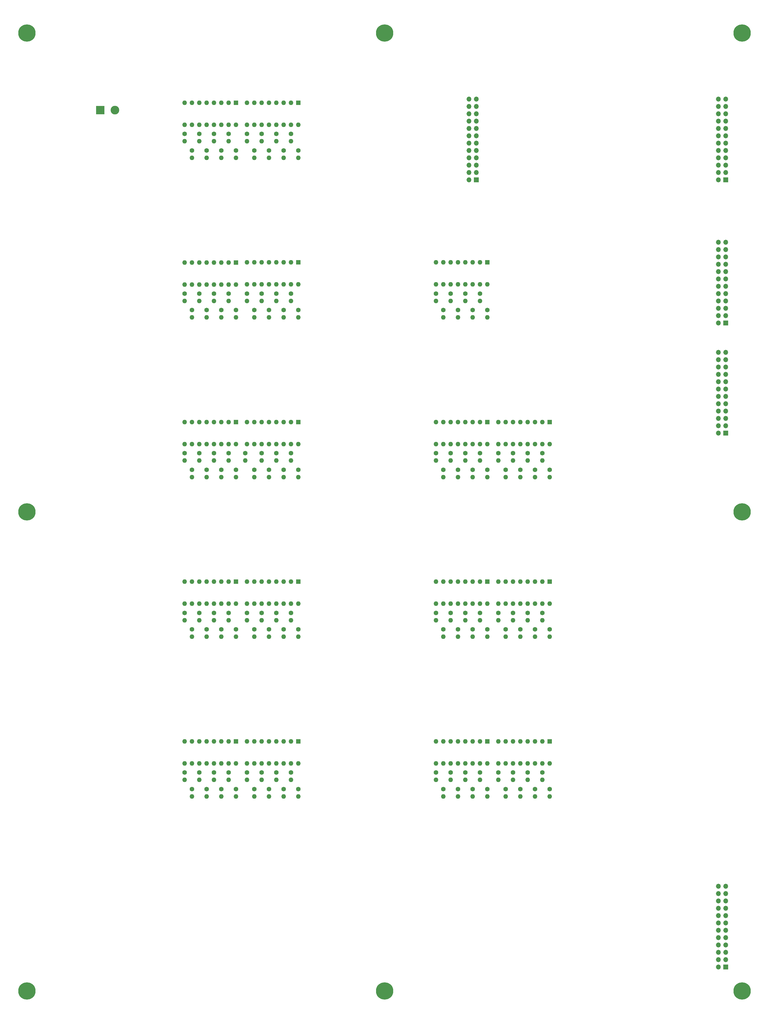
<source format=gbr>
%TF.GenerationSoftware,KiCad,Pcbnew,6.0.7-f9a2dced07~116~ubuntu20.04.1*%
%TF.CreationDate,2022-09-16T12:59:34+02:00*%
%TF.ProjectId,px16_regfile,70783136-5f72-4656-9766-696c652e6b69,2*%
%TF.SameCoordinates,Original*%
%TF.FileFunction,Soldermask,Bot*%
%TF.FilePolarity,Negative*%
%FSLAX46Y46*%
G04 Gerber Fmt 4.6, Leading zero omitted, Abs format (unit mm)*
G04 Created by KiCad (PCBNEW 6.0.7-f9a2dced07~116~ubuntu20.04.1) date 2022-09-16 12:59:34*
%MOMM*%
%LPD*%
G01*
G04 APERTURE LIST*
%ADD10R,1.600000X1.600000*%
%ADD11O,1.600000X1.600000*%
%ADD12C,1.600000*%
%ADD13C,6.000000*%
%ADD14R,1.700000X1.700000*%
%ADD15O,1.700000X1.700000*%
%ADD16R,3.000000X3.000000*%
%ADD17C,3.000000*%
G04 APERTURE END LIST*
D10*
%TO.C,D9*%
X128270000Y-274955000D03*
D11*
X125730000Y-274955000D03*
X123190000Y-274955000D03*
X120650000Y-274955000D03*
X118110000Y-274955000D03*
X115570000Y-274955000D03*
X113030000Y-274955000D03*
X110490000Y-274955000D03*
X110490000Y-282575000D03*
X113030000Y-282575000D03*
X115570000Y-282575000D03*
X118110000Y-282575000D03*
X120650000Y-282575000D03*
X123190000Y-282575000D03*
X125730000Y-282575000D03*
X128270000Y-282575000D03*
%TD*%
D12*
%TO.C,R19*%
X115570000Y-120015000D03*
D11*
X115570000Y-122555000D03*
%TD*%
D12*
%TO.C,R38*%
X123190000Y-180975000D03*
D11*
X123190000Y-183515000D03*
%TD*%
D12*
%TO.C,R75*%
X93980000Y-285750000D03*
D11*
X93980000Y-288290000D03*
%TD*%
D12*
%TO.C,R33*%
X109855000Y-175260000D03*
D11*
X109855000Y-177800000D03*
%TD*%
D12*
%TO.C,R17*%
X110490000Y-120015000D03*
D11*
X110490000Y-122555000D03*
%TD*%
D12*
%TO.C,R90*%
X178435000Y-180975000D03*
D11*
X178435000Y-183515000D03*
%TD*%
D12*
%TO.C,R97*%
X175895000Y-120015000D03*
D11*
X175895000Y-122555000D03*
%TD*%
D12*
%TO.C,R82*%
X200025000Y-180975000D03*
D11*
X200025000Y-183515000D03*
%TD*%
D12*
%TO.C,R11*%
X93980000Y-64770000D03*
D11*
X93980000Y-67310000D03*
%TD*%
D12*
%TO.C,R94*%
X188595000Y-180975000D03*
D11*
X188595000Y-183515000D03*
%TD*%
D12*
%TO.C,R135*%
X193675000Y-291465000D03*
D11*
X193675000Y-294005000D03*
%TD*%
D12*
%TO.C,R109*%
X210185000Y-236220000D03*
D11*
X210185000Y-238760000D03*
%TD*%
D12*
%TO.C,R113*%
X178435000Y-236220000D03*
D11*
X178435000Y-238760000D03*
%TD*%
D12*
%TO.C,R21*%
X120650000Y-120015000D03*
D11*
X120650000Y-122555000D03*
%TD*%
D12*
%TO.C,R84*%
X205105000Y-180975000D03*
D11*
X205105000Y-183515000D03*
%TD*%
D12*
%TO.C,R48*%
X106680000Y-180975000D03*
D11*
X106680000Y-183515000D03*
%TD*%
D12*
%TO.C,R62*%
X101600000Y-236220000D03*
D11*
X101600000Y-238760000D03*
%TD*%
D12*
%TO.C,R24*%
X128270000Y-125730000D03*
D11*
X128270000Y-128270000D03*
%TD*%
D12*
%TO.C,R103*%
X191135000Y-120015000D03*
D11*
X191135000Y-122555000D03*
%TD*%
D12*
%TO.C,R69*%
X120650000Y-285750000D03*
D11*
X120650000Y-288290000D03*
%TD*%
D12*
%TO.C,R2*%
X113030000Y-70485000D03*
D11*
X113030000Y-73025000D03*
%TD*%
D10*
%TO.C,D6*%
X106680000Y-164465000D03*
D11*
X104140000Y-164465000D03*
X101600000Y-164465000D03*
X99060000Y-164465000D03*
X96520000Y-164465000D03*
X93980000Y-164465000D03*
X91440000Y-164465000D03*
X88900000Y-164465000D03*
X88900000Y-172085000D03*
X91440000Y-172085000D03*
X93980000Y-172085000D03*
X96520000Y-172085000D03*
X99060000Y-172085000D03*
X101600000Y-172085000D03*
X104140000Y-172085000D03*
X106680000Y-172085000D03*
%TD*%
D12*
%TO.C,R36*%
X118110000Y-180975000D03*
D11*
X118110000Y-183515000D03*
%TD*%
D12*
%TO.C,R120*%
X197485000Y-285750000D03*
D11*
X197485000Y-288290000D03*
%TD*%
D12*
%TO.C,R15*%
X104140000Y-64770000D03*
D11*
X104140000Y-67310000D03*
%TD*%
D12*
%TO.C,R44*%
X96520000Y-180975000D03*
D11*
X96520000Y-183515000D03*
%TD*%
D12*
%TO.C,R116*%
X186055000Y-230505000D03*
D11*
X186055000Y-233045000D03*
%TD*%
D10*
%TO.C,D5*%
X128270000Y-164465000D03*
D11*
X125730000Y-164465000D03*
X123190000Y-164465000D03*
X120650000Y-164465000D03*
X118110000Y-164465000D03*
X115570000Y-164465000D03*
X113030000Y-164465000D03*
X110490000Y-164465000D03*
X110490000Y-172085000D03*
X113030000Y-172085000D03*
X115570000Y-172085000D03*
X118110000Y-172085000D03*
X120650000Y-172085000D03*
X123190000Y-172085000D03*
X125730000Y-172085000D03*
X128270000Y-172085000D03*
%TD*%
D12*
%TO.C,R9*%
X88900000Y-64770000D03*
D11*
X88900000Y-67310000D03*
%TD*%
D12*
%TO.C,R42*%
X91440000Y-180975000D03*
D11*
X91440000Y-183515000D03*
%TD*%
D12*
%TO.C,R118*%
X191135000Y-230505000D03*
D11*
X191135000Y-233045000D03*
%TD*%
D12*
%TO.C,R91*%
X180975000Y-175260000D03*
D11*
X180975000Y-177800000D03*
%TD*%
D12*
%TO.C,R8*%
X128270000Y-70485000D03*
D11*
X128270000Y-73025000D03*
%TD*%
D12*
%TO.C,R108*%
X207645000Y-230505000D03*
D11*
X207645000Y-233045000D03*
%TD*%
D12*
%TO.C,R117*%
X188595000Y-236220000D03*
D11*
X188595000Y-238760000D03*
%TD*%
D12*
%TO.C,R61*%
X99060000Y-230505000D03*
D11*
X99060000Y-233045000D03*
%TD*%
D13*
%TO.C,H3*%
X281940000Y-29845000D03*
%TD*%
D12*
%TO.C,R52*%
X118110000Y-236220000D03*
D11*
X118110000Y-238760000D03*
%TD*%
D12*
%TO.C,R49*%
X110490000Y-230505000D03*
D11*
X110490000Y-233045000D03*
%TD*%
D12*
%TO.C,R128*%
X175895000Y-285750000D03*
D11*
X175895000Y-288290000D03*
%TD*%
D12*
%TO.C,R16*%
X106680000Y-70485000D03*
D11*
X106680000Y-73025000D03*
%TD*%
D12*
%TO.C,R58*%
X91440000Y-236220000D03*
D11*
X91440000Y-238760000D03*
%TD*%
D12*
%TO.C,R80*%
X106680000Y-291465000D03*
D11*
X106680000Y-294005000D03*
%TD*%
D12*
%TO.C,R1*%
X110490000Y-64770000D03*
D11*
X110490000Y-67310000D03*
%TD*%
D12*
%TO.C,R28*%
X96520000Y-125730000D03*
D11*
X96520000Y-128270000D03*
%TD*%
D10*
%TO.C,D13*%
X215265000Y-219710000D03*
D11*
X212725000Y-219710000D03*
X210185000Y-219710000D03*
X207645000Y-219710000D03*
X205105000Y-219710000D03*
X202565000Y-219710000D03*
X200025000Y-219710000D03*
X197485000Y-219710000D03*
X197485000Y-227330000D03*
X200025000Y-227330000D03*
X202565000Y-227330000D03*
X205105000Y-227330000D03*
X207645000Y-227330000D03*
X210185000Y-227330000D03*
X212725000Y-227330000D03*
X215265000Y-227330000D03*
%TD*%
D10*
%TO.C,D11*%
X215265000Y-164465000D03*
D11*
X212725000Y-164465000D03*
X210185000Y-164465000D03*
X207645000Y-164465000D03*
X205105000Y-164465000D03*
X202565000Y-164465000D03*
X200025000Y-164465000D03*
X197485000Y-164465000D03*
X197485000Y-172085000D03*
X200025000Y-172085000D03*
X202565000Y-172085000D03*
X205105000Y-172085000D03*
X207645000Y-172085000D03*
X210185000Y-172085000D03*
X212725000Y-172085000D03*
X215265000Y-172085000D03*
%TD*%
D12*
%TO.C,R106*%
X202565000Y-230505000D03*
D11*
X202565000Y-233045000D03*
%TD*%
D12*
%TO.C,R29*%
X99060000Y-120015000D03*
D11*
X99060000Y-122555000D03*
%TD*%
D12*
%TO.C,R130*%
X180975000Y-285750000D03*
D11*
X180975000Y-288290000D03*
%TD*%
D12*
%TO.C,R121*%
X200025000Y-291465000D03*
D11*
X200025000Y-294005000D03*
%TD*%
D12*
%TO.C,R71*%
X125730000Y-285750000D03*
D11*
X125730000Y-288290000D03*
%TD*%
D12*
%TO.C,R134*%
X191135000Y-285750000D03*
D11*
X191135000Y-288290000D03*
%TD*%
D12*
%TO.C,R25*%
X88900000Y-120015000D03*
D11*
X88900000Y-122555000D03*
%TD*%
D13*
%TO.C,H2*%
X158115000Y-29845000D03*
%TD*%
D12*
%TO.C,R22*%
X123190000Y-125730000D03*
D11*
X123190000Y-128270000D03*
%TD*%
D12*
%TO.C,R89*%
X175895000Y-175260000D03*
D11*
X175895000Y-177800000D03*
%TD*%
D12*
%TO.C,R59*%
X93980000Y-230505000D03*
D11*
X93980000Y-233045000D03*
%TD*%
D13*
%TO.C,H1*%
X34290000Y-29845000D03*
%TD*%
D12*
%TO.C,R101*%
X186055000Y-120015000D03*
D11*
X186055000Y-122555000D03*
%TD*%
D12*
%TO.C,R72*%
X128270000Y-291465000D03*
D11*
X128270000Y-294005000D03*
%TD*%
D10*
%TO.C,D3*%
X128270000Y-109220000D03*
D11*
X125730000Y-109220000D03*
X123190000Y-109220000D03*
X120650000Y-109220000D03*
X118110000Y-109220000D03*
X115570000Y-109220000D03*
X113030000Y-109220000D03*
X110490000Y-109220000D03*
X110490000Y-116840000D03*
X113030000Y-116840000D03*
X115570000Y-116840000D03*
X118110000Y-116840000D03*
X120650000Y-116840000D03*
X123190000Y-116840000D03*
X125730000Y-116840000D03*
X128270000Y-116840000D03*
%TD*%
D12*
%TO.C,R57*%
X88900000Y-230505000D03*
D11*
X88900000Y-233045000D03*
%TD*%
D12*
%TO.C,R88*%
X215265000Y-180975000D03*
D11*
X215265000Y-183515000D03*
%TD*%
D12*
%TO.C,R6*%
X123190000Y-70485000D03*
D11*
X123190000Y-73025000D03*
%TD*%
D12*
%TO.C,R114*%
X180975000Y-230505000D03*
D11*
X180975000Y-233045000D03*
%TD*%
D10*
%TO.C,D2*%
X106680000Y-53975000D03*
D11*
X104140000Y-53975000D03*
X101600000Y-53975000D03*
X99060000Y-53975000D03*
X96520000Y-53975000D03*
X93980000Y-53975000D03*
X91440000Y-53975000D03*
X88900000Y-53975000D03*
X88900000Y-61595000D03*
X91440000Y-61595000D03*
X93980000Y-61595000D03*
X96520000Y-61595000D03*
X99060000Y-61595000D03*
X101600000Y-61595000D03*
X104140000Y-61595000D03*
X106680000Y-61595000D03*
%TD*%
D14*
%TO.C,J6*%
X276225000Y-168275000D03*
D15*
X273685000Y-168275000D03*
X276225000Y-165735000D03*
X273685000Y-165735000D03*
X276225000Y-163195000D03*
X273685000Y-163195000D03*
X276225000Y-160655000D03*
X273685000Y-160655000D03*
X276225000Y-158115000D03*
X273685000Y-158115000D03*
X276225000Y-155575000D03*
X273685000Y-155575000D03*
X276225000Y-153035000D03*
X273685000Y-153035000D03*
X276225000Y-150495000D03*
X273685000Y-150495000D03*
X276225000Y-147955000D03*
X273685000Y-147955000D03*
X276225000Y-145415000D03*
X273685000Y-145415000D03*
X276225000Y-142875000D03*
X273685000Y-142875000D03*
X276225000Y-140335000D03*
X273685000Y-140335000D03*
%TD*%
D12*
%TO.C,R105*%
X200025000Y-236220000D03*
D11*
X200025000Y-238760000D03*
%TD*%
D13*
%TO.C,H8*%
X34290000Y-195580000D03*
%TD*%
D12*
%TO.C,R78*%
X101600000Y-291465000D03*
D11*
X101600000Y-294005000D03*
%TD*%
D12*
%TO.C,R3*%
X115570000Y-64770000D03*
D11*
X115570000Y-67310000D03*
%TD*%
D13*
%TO.C,H6*%
X158115000Y-361315000D03*
%TD*%
D12*
%TO.C,R87*%
X212725000Y-175260000D03*
D11*
X212725000Y-177800000D03*
%TD*%
D14*
%TO.C,J2*%
X276225000Y-80645000D03*
D15*
X273685000Y-80645000D03*
X276225000Y-78105000D03*
X273685000Y-78105000D03*
X276225000Y-75565000D03*
X273685000Y-75565000D03*
X276225000Y-73025000D03*
X273685000Y-73025000D03*
X276225000Y-70485000D03*
X273685000Y-70485000D03*
X276225000Y-67945000D03*
X273685000Y-67945000D03*
X276225000Y-65405000D03*
X273685000Y-65405000D03*
X276225000Y-62865000D03*
X273685000Y-62865000D03*
X276225000Y-60325000D03*
X273685000Y-60325000D03*
X276225000Y-57785000D03*
X273685000Y-57785000D03*
X276225000Y-55245000D03*
X273685000Y-55245000D03*
X276225000Y-52705000D03*
X273685000Y-52705000D03*
%TD*%
D12*
%TO.C,R37*%
X120650000Y-175260000D03*
D11*
X120650000Y-177800000D03*
%TD*%
D12*
%TO.C,R18*%
X113030000Y-125730000D03*
D11*
X113030000Y-128270000D03*
%TD*%
D12*
%TO.C,R124*%
X207645000Y-285750000D03*
D11*
X207645000Y-288290000D03*
%TD*%
D12*
%TO.C,R32*%
X106680000Y-125730000D03*
D11*
X106680000Y-128270000D03*
%TD*%
D12*
%TO.C,R40*%
X128270000Y-180975000D03*
D11*
X128270000Y-183515000D03*
%TD*%
D12*
%TO.C,R55*%
X125730000Y-230505000D03*
D11*
X125730000Y-233045000D03*
%TD*%
D12*
%TO.C,R73*%
X88900000Y-285750000D03*
D11*
X88900000Y-288290000D03*
%TD*%
D12*
%TO.C,R70*%
X123190000Y-291465000D03*
D11*
X123190000Y-294005000D03*
%TD*%
D12*
%TO.C,R81*%
X197485000Y-175260000D03*
D11*
X197485000Y-177800000D03*
%TD*%
D10*
%TO.C,D12*%
X193675000Y-164465000D03*
D11*
X191135000Y-164465000D03*
X188595000Y-164465000D03*
X186055000Y-164465000D03*
X183515000Y-164465000D03*
X180975000Y-164465000D03*
X178435000Y-164465000D03*
X175895000Y-164465000D03*
X175895000Y-172085000D03*
X178435000Y-172085000D03*
X180975000Y-172085000D03*
X183515000Y-172085000D03*
X186055000Y-172085000D03*
X188595000Y-172085000D03*
X191135000Y-172085000D03*
X193675000Y-172085000D03*
%TD*%
D12*
%TO.C,R127*%
X215265000Y-291465000D03*
D11*
X215265000Y-294005000D03*
%TD*%
D12*
%TO.C,R107*%
X205105000Y-236220000D03*
D11*
X205105000Y-238760000D03*
%TD*%
D12*
%TO.C,R60*%
X96520000Y-236220000D03*
D11*
X96520000Y-238760000D03*
%TD*%
D12*
%TO.C,R115*%
X183515000Y-236220000D03*
D11*
X183515000Y-238760000D03*
%TD*%
D12*
%TO.C,R7*%
X125730000Y-64770000D03*
D11*
X125730000Y-67310000D03*
%TD*%
D14*
%TO.C,J3*%
X189865000Y-80645000D03*
D15*
X187325000Y-80645000D03*
X189865000Y-78105000D03*
X187325000Y-78105000D03*
X189865000Y-75565000D03*
X187325000Y-75565000D03*
X189865000Y-73025000D03*
X187325000Y-73025000D03*
X189865000Y-70485000D03*
X187325000Y-70485000D03*
X189865000Y-67945000D03*
X187325000Y-67945000D03*
X189865000Y-65405000D03*
X187325000Y-65405000D03*
X189865000Y-62865000D03*
X187325000Y-62865000D03*
X189865000Y-60325000D03*
X187325000Y-60325000D03*
X189865000Y-57785000D03*
X187325000Y-57785000D03*
X189865000Y-55245000D03*
X187325000Y-55245000D03*
X189865000Y-52705000D03*
X187325000Y-52705000D03*
%TD*%
D10*
%TO.C,D16*%
X193675000Y-274955000D03*
D11*
X191135000Y-274955000D03*
X188595000Y-274955000D03*
X186055000Y-274955000D03*
X183515000Y-274955000D03*
X180975000Y-274955000D03*
X178435000Y-274955000D03*
X175895000Y-274955000D03*
X175895000Y-282575000D03*
X178435000Y-282575000D03*
X180975000Y-282575000D03*
X183515000Y-282575000D03*
X186055000Y-282575000D03*
X188595000Y-282575000D03*
X191135000Y-282575000D03*
X193675000Y-282575000D03*
%TD*%
D12*
%TO.C,R39*%
X125730000Y-175260000D03*
D11*
X125730000Y-177800000D03*
%TD*%
D12*
%TO.C,R14*%
X101600000Y-70485000D03*
D11*
X101600000Y-73025000D03*
%TD*%
D12*
%TO.C,R131*%
X183515000Y-291465000D03*
D11*
X183515000Y-294005000D03*
%TD*%
D12*
%TO.C,R77*%
X99060000Y-285750000D03*
D11*
X99060000Y-288290000D03*
%TD*%
D10*
%TO.C,D8*%
X106680000Y-219710000D03*
D11*
X104140000Y-219710000D03*
X101600000Y-219710000D03*
X99060000Y-219710000D03*
X96520000Y-219710000D03*
X93980000Y-219710000D03*
X91440000Y-219710000D03*
X88900000Y-219710000D03*
X88900000Y-227330000D03*
X91440000Y-227330000D03*
X93980000Y-227330000D03*
X96520000Y-227330000D03*
X99060000Y-227330000D03*
X101600000Y-227330000D03*
X104140000Y-227330000D03*
X106680000Y-227330000D03*
%TD*%
D12*
%TO.C,R66*%
X113030000Y-291465000D03*
D11*
X113030000Y-294005000D03*
%TD*%
D12*
%TO.C,R51*%
X115570000Y-230505000D03*
D11*
X115570000Y-233045000D03*
%TD*%
D12*
%TO.C,R76*%
X96520000Y-291465000D03*
D11*
X96520000Y-294005000D03*
%TD*%
D12*
%TO.C,R34*%
X113030000Y-180975000D03*
D11*
X113030000Y-183515000D03*
%TD*%
D10*
%TO.C,D7*%
X128270000Y-219710000D03*
D11*
X125730000Y-219710000D03*
X123190000Y-219710000D03*
X120650000Y-219710000D03*
X118110000Y-219710000D03*
X115570000Y-219710000D03*
X113030000Y-219710000D03*
X110490000Y-219710000D03*
X110490000Y-227330000D03*
X113030000Y-227330000D03*
X115570000Y-227330000D03*
X118110000Y-227330000D03*
X120650000Y-227330000D03*
X123190000Y-227330000D03*
X125730000Y-227330000D03*
X128270000Y-227330000D03*
%TD*%
D12*
%TO.C,R129*%
X178435000Y-291465000D03*
D11*
X178435000Y-294005000D03*
%TD*%
D12*
%TO.C,R64*%
X106680000Y-236220000D03*
D11*
X106680000Y-238760000D03*
%TD*%
D13*
%TO.C,H5*%
X281940000Y-361315000D03*
%TD*%
%TO.C,H7*%
X34290000Y-361315000D03*
%TD*%
D12*
%TO.C,R30*%
X101600000Y-125730000D03*
D11*
X101600000Y-128270000D03*
%TD*%
D14*
%TO.C,J1*%
X276225000Y-353060000D03*
D15*
X273685000Y-353060000D03*
X276225000Y-350520000D03*
X273685000Y-350520000D03*
X276225000Y-347980000D03*
X273685000Y-347980000D03*
X276225000Y-345440000D03*
X273685000Y-345440000D03*
X276225000Y-342900000D03*
X273685000Y-342900000D03*
X276225000Y-340360000D03*
X273685000Y-340360000D03*
X276225000Y-337820000D03*
X273685000Y-337820000D03*
X276225000Y-335280000D03*
X273685000Y-335280000D03*
X276225000Y-332740000D03*
X273685000Y-332740000D03*
X276225000Y-330200000D03*
X273685000Y-330200000D03*
X276225000Y-327660000D03*
X273685000Y-327660000D03*
X276225000Y-325120000D03*
X273685000Y-325120000D03*
%TD*%
D12*
%TO.C,R65*%
X110490000Y-285750000D03*
D11*
X110490000Y-288290000D03*
%TD*%
D12*
%TO.C,R93*%
X186055000Y-175260000D03*
D11*
X186055000Y-177800000D03*
%TD*%
D12*
%TO.C,R63*%
X104140000Y-230505000D03*
D11*
X104140000Y-233045000D03*
%TD*%
D10*
%TO.C,D1*%
X128270000Y-53975000D03*
D11*
X125730000Y-53975000D03*
X123190000Y-53975000D03*
X120650000Y-53975000D03*
X118110000Y-53975000D03*
X115570000Y-53975000D03*
X113030000Y-53975000D03*
X110490000Y-53975000D03*
X110490000Y-61595000D03*
X113030000Y-61595000D03*
X115570000Y-61595000D03*
X118110000Y-61595000D03*
X120650000Y-61595000D03*
X123190000Y-61595000D03*
X125730000Y-61595000D03*
X128270000Y-61595000D03*
%TD*%
D12*
%TO.C,R20*%
X118110000Y-125730000D03*
D11*
X118110000Y-128270000D03*
%TD*%
D10*
%TO.C,D15*%
X215265000Y-274955000D03*
D11*
X212725000Y-274955000D03*
X210185000Y-274955000D03*
X207645000Y-274955000D03*
X205105000Y-274955000D03*
X202565000Y-274955000D03*
X200025000Y-274955000D03*
X197485000Y-274955000D03*
X197485000Y-282575000D03*
X200025000Y-282575000D03*
X202565000Y-282575000D03*
X205105000Y-282575000D03*
X207645000Y-282575000D03*
X210185000Y-282575000D03*
X212725000Y-282575000D03*
X215265000Y-282575000D03*
%TD*%
D12*
%TO.C,R67*%
X115570000Y-285750000D03*
D11*
X115570000Y-288290000D03*
%TD*%
D12*
%TO.C,R31*%
X104140000Y-120015000D03*
D11*
X104140000Y-122555000D03*
%TD*%
D12*
%TO.C,R10*%
X91440000Y-70485000D03*
D11*
X91440000Y-73025000D03*
%TD*%
D12*
%TO.C,R100*%
X183515000Y-125730000D03*
D11*
X183515000Y-128270000D03*
%TD*%
D12*
%TO.C,R96*%
X193675000Y-180975000D03*
D11*
X193675000Y-183515000D03*
%TD*%
D12*
%TO.C,R74*%
X91440000Y-291465000D03*
D11*
X91440000Y-294005000D03*
%TD*%
D12*
%TO.C,R35*%
X115570000Y-175260000D03*
D11*
X115570000Y-177800000D03*
%TD*%
D12*
%TO.C,R92*%
X183515000Y-180975000D03*
D11*
X183515000Y-183515000D03*
%TD*%
D12*
%TO.C,R4*%
X118110000Y-70485000D03*
D11*
X118110000Y-73025000D03*
%TD*%
D12*
%TO.C,R12*%
X96520000Y-70485000D03*
D11*
X96520000Y-73025000D03*
%TD*%
D10*
%TO.C,D10*%
X106680000Y-274955000D03*
D11*
X104140000Y-274955000D03*
X101600000Y-274955000D03*
X99060000Y-274955000D03*
X96520000Y-274955000D03*
X93980000Y-274955000D03*
X91440000Y-274955000D03*
X88900000Y-274955000D03*
X88900000Y-282575000D03*
X91440000Y-282575000D03*
X93980000Y-282575000D03*
X96520000Y-282575000D03*
X99060000Y-282575000D03*
X101600000Y-282575000D03*
X104140000Y-282575000D03*
X106680000Y-282575000D03*
%TD*%
D10*
%TO.C,D17*%
X193675000Y-109220000D03*
D11*
X191135000Y-109220000D03*
X188595000Y-109220000D03*
X186055000Y-109220000D03*
X183515000Y-109220000D03*
X180975000Y-109220000D03*
X178435000Y-109220000D03*
X175895000Y-109220000D03*
X175895000Y-116840000D03*
X178435000Y-116840000D03*
X180975000Y-116840000D03*
X183515000Y-116840000D03*
X186055000Y-116840000D03*
X188595000Y-116840000D03*
X191135000Y-116840000D03*
X193675000Y-116840000D03*
%TD*%
D14*
%TO.C,J5*%
X276225000Y-130175000D03*
D15*
X273685000Y-130175000D03*
X276225000Y-127635000D03*
X273685000Y-127635000D03*
X276225000Y-125095000D03*
X273685000Y-125095000D03*
X276225000Y-122555000D03*
X273685000Y-122555000D03*
X276225000Y-120015000D03*
X273685000Y-120015000D03*
X276225000Y-117475000D03*
X273685000Y-117475000D03*
X276225000Y-114935000D03*
X273685000Y-114935000D03*
X276225000Y-112395000D03*
X273685000Y-112395000D03*
X276225000Y-109855000D03*
X273685000Y-109855000D03*
X276225000Y-107315000D03*
X273685000Y-107315000D03*
X276225000Y-104775000D03*
X273685000Y-104775000D03*
X276225000Y-102235000D03*
X273685000Y-102235000D03*
%TD*%
D12*
%TO.C,R132*%
X186055000Y-285750000D03*
D11*
X186055000Y-288290000D03*
%TD*%
D12*
%TO.C,R119*%
X193675000Y-236220000D03*
D11*
X193675000Y-238760000D03*
%TD*%
D12*
%TO.C,R126*%
X212725000Y-285750000D03*
D11*
X212725000Y-288290000D03*
%TD*%
D12*
%TO.C,R86*%
X210185000Y-180975000D03*
D11*
X210185000Y-183515000D03*
%TD*%
D12*
%TO.C,R56*%
X128270000Y-236220000D03*
D11*
X128270000Y-238760000D03*
%TD*%
D12*
%TO.C,R122*%
X202565000Y-285750000D03*
D11*
X202565000Y-288290000D03*
%TD*%
D12*
%TO.C,R95*%
X191135000Y-175260000D03*
D11*
X191135000Y-177800000D03*
%TD*%
D12*
%TO.C,R83*%
X202565000Y-175260000D03*
D11*
X202565000Y-177800000D03*
%TD*%
D12*
%TO.C,R46*%
X101600000Y-180975000D03*
D11*
X101600000Y-183515000D03*
%TD*%
D12*
%TO.C,R26*%
X91440000Y-125730000D03*
D11*
X91440000Y-128270000D03*
%TD*%
D12*
%TO.C,R98*%
X178435000Y-125730000D03*
D11*
X178435000Y-128270000D03*
%TD*%
D12*
%TO.C,R112*%
X175895000Y-230505000D03*
D11*
X175895000Y-233045000D03*
%TD*%
D12*
%TO.C,R136*%
X193675000Y-125730000D03*
D11*
X193675000Y-128270000D03*
%TD*%
D12*
%TO.C,R104*%
X197485000Y-230505000D03*
D11*
X197485000Y-233045000D03*
%TD*%
D12*
%TO.C,R79*%
X104140000Y-285750000D03*
D11*
X104140000Y-288290000D03*
%TD*%
D13*
%TO.C,H4*%
X281940000Y-195580000D03*
%TD*%
D12*
%TO.C,R41*%
X88900000Y-175260000D03*
D11*
X88900000Y-177800000D03*
%TD*%
D12*
%TO.C,R54*%
X123190000Y-236220000D03*
D11*
X123190000Y-238760000D03*
%TD*%
D12*
%TO.C,R23*%
X125730000Y-120015000D03*
D11*
X125730000Y-122555000D03*
%TD*%
D12*
%TO.C,R68*%
X118110000Y-291465000D03*
D11*
X118110000Y-294005000D03*
%TD*%
D12*
%TO.C,R99*%
X180975000Y-120015000D03*
D11*
X180975000Y-122555000D03*
%TD*%
D10*
%TO.C,D4*%
X106665000Y-109230000D03*
D11*
X104125000Y-109230000D03*
X101585000Y-109230000D03*
X99045000Y-109230000D03*
X96505000Y-109230000D03*
X93965000Y-109230000D03*
X91425000Y-109230000D03*
X88885000Y-109230000D03*
X88885000Y-116850000D03*
X91425000Y-116850000D03*
X93965000Y-116850000D03*
X96505000Y-116850000D03*
X99045000Y-116850000D03*
X101585000Y-116850000D03*
X104125000Y-116850000D03*
X106665000Y-116850000D03*
%TD*%
D12*
%TO.C,R110*%
X212725000Y-230505000D03*
D11*
X212725000Y-233045000D03*
%TD*%
D12*
%TO.C,R125*%
X210185000Y-291465000D03*
D11*
X210185000Y-294005000D03*
%TD*%
D16*
%TO.C,J4*%
X59690000Y-56515000D03*
D17*
X64770000Y-56515000D03*
%TD*%
D12*
%TO.C,R5*%
X120650000Y-64770000D03*
D11*
X120650000Y-67310000D03*
%TD*%
D10*
%TO.C,D14*%
X193675000Y-219710000D03*
D11*
X191135000Y-219710000D03*
X188595000Y-219710000D03*
X186055000Y-219710000D03*
X183515000Y-219710000D03*
X180975000Y-219710000D03*
X178435000Y-219710000D03*
X175895000Y-219710000D03*
X175895000Y-227330000D03*
X178435000Y-227330000D03*
X180975000Y-227330000D03*
X183515000Y-227330000D03*
X186055000Y-227330000D03*
X188595000Y-227330000D03*
X191135000Y-227330000D03*
X193675000Y-227330000D03*
%TD*%
D12*
%TO.C,R47*%
X104140000Y-175260000D03*
D11*
X104140000Y-177800000D03*
%TD*%
D12*
%TO.C,R111*%
X215265000Y-236220000D03*
D11*
X215265000Y-238760000D03*
%TD*%
D12*
%TO.C,R45*%
X99060000Y-175260000D03*
D11*
X99060000Y-177800000D03*
%TD*%
D12*
%TO.C,R43*%
X93980000Y-175260000D03*
D11*
X93980000Y-177800000D03*
%TD*%
D12*
%TO.C,R53*%
X120650000Y-230505000D03*
D11*
X120650000Y-233045000D03*
%TD*%
D12*
%TO.C,R133*%
X188595000Y-291465000D03*
D11*
X188595000Y-294005000D03*
%TD*%
D12*
%TO.C,R85*%
X207645000Y-175260000D03*
D11*
X207645000Y-177800000D03*
%TD*%
D12*
%TO.C,R123*%
X205105000Y-291465000D03*
D11*
X205105000Y-294005000D03*
%TD*%
D12*
%TO.C,R13*%
X99060000Y-64770000D03*
D11*
X99060000Y-67310000D03*
%TD*%
D12*
%TO.C,R50*%
X113030000Y-236220000D03*
D11*
X113030000Y-238760000D03*
%TD*%
D12*
%TO.C,R102*%
X188595000Y-125730000D03*
D11*
X188595000Y-128270000D03*
%TD*%
D12*
%TO.C,R27*%
X93980000Y-120015000D03*
D11*
X93980000Y-122555000D03*
%TD*%
M02*

</source>
